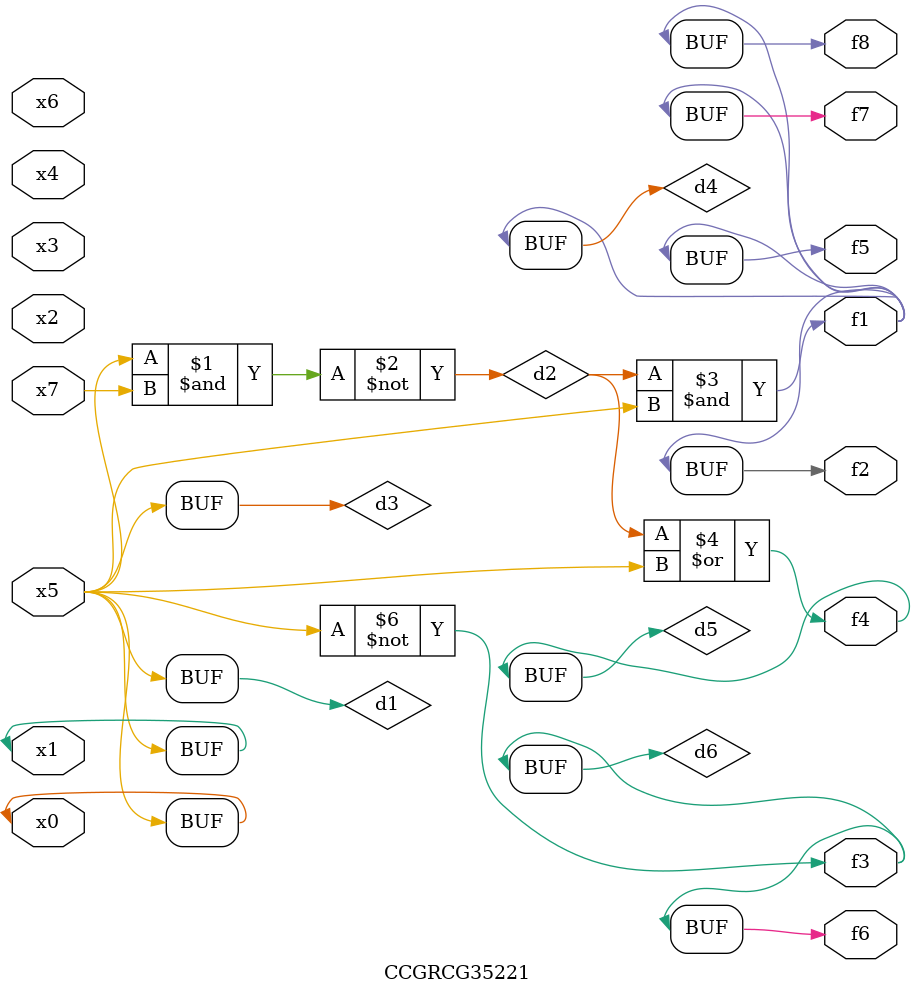
<source format=v>
module CCGRCG35221(
	input x0, x1, x2, x3, x4, x5, x6, x7,
	output f1, f2, f3, f4, f5, f6, f7, f8
);

	wire d1, d2, d3, d4, d5, d6;

	buf (d1, x0, x5);
	nand (d2, x5, x7);
	buf (d3, x0, x1);
	and (d4, d2, d3);
	or (d5, d2, d3);
	nor (d6, d1, d3);
	assign f1 = d4;
	assign f2 = d4;
	assign f3 = d6;
	assign f4 = d5;
	assign f5 = d4;
	assign f6 = d6;
	assign f7 = d4;
	assign f8 = d4;
endmodule

</source>
